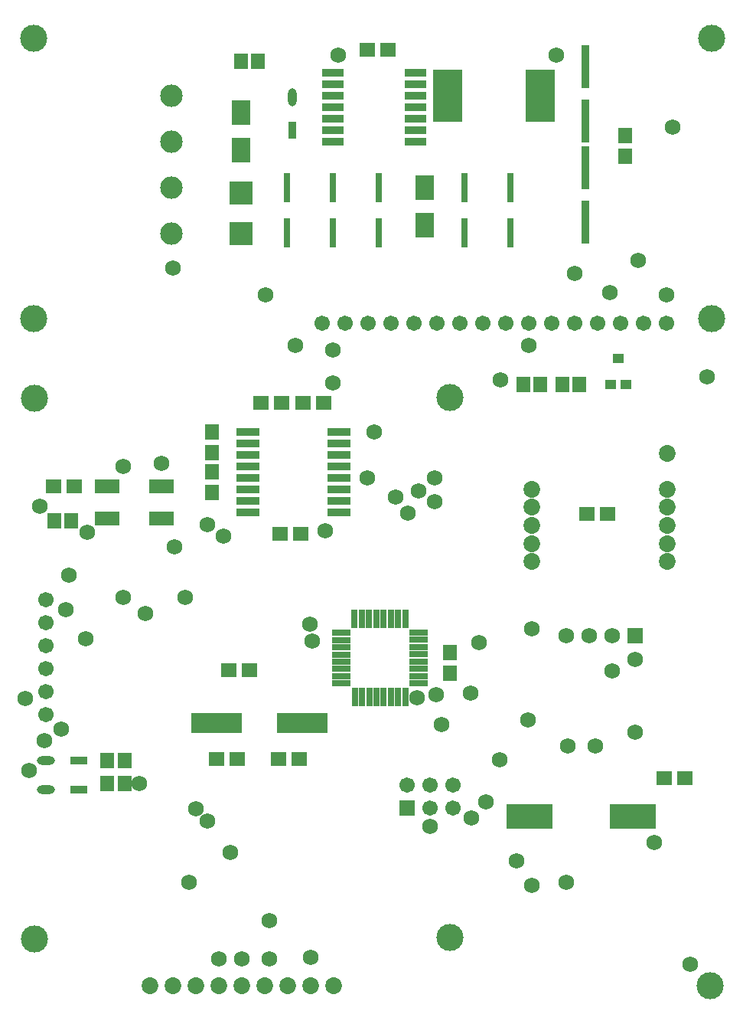
<source format=gbr>
G04 DipTrace 2.1.0.5*
%INTopMask.gbr*%
%MOIN*%
%ADD10C,0.0098*%
%ADD11C,0.0055*%
%ADD12C,0.003*%
%ADD13C,0.0197*%
%ADD14C,0.02*%
%ADD15C,0.04*%
%ADD16C,0.0295*%
%ADD17C,0.0394*%
%ADD18C,0.0013*%
%ADD19C,0.0187*%
%ADD20R,0.0709X0.0197*%
%ADD21R,0.0197X0.0709*%
%ADD22R,0.2165X0.0787*%
%ADD23R,0.02X0.1181*%
%ADD24R,0.06X0.056*%
%ADD25R,0.0295X0.1772*%
%ADD26R,0.056X0.06*%
%ADD27R,0.1969X0.0984*%
%ADD28C,0.059*%
%ADD29C,0.065*%
%ADD30C,0.0039*%
%ADD31R,0.0433X0.0354*%
%ADD32R,0.0394X0.0354*%
%ADD33R,0.0925X0.0236*%
%ADD34C,0.09*%
%ADD35R,0.1024X0.0551*%
%ADD36R,0.0512X0.0591*%
%ADD37R,0.06X0.06*%
%ADD38C,0.06*%
%ADD39R,0.0906X0.0906*%
%ADD40R,0.118X0.217*%
%ADD41R,0.0866X0.0236*%
%ADD42R,0.0728X0.1004*%
%ADD43R,0.07X0.03*%
%ADD44O,0.07X0.03*%
%ADD45R,0.03X0.07*%
%ADD46O,0.03X0.07*%
%ADD47R,0.059X0.059*%
%ADD48C,0.059*%
%ADD49C,0.03*%
%ADD50C,0.1181*%
%ADD51C,0.035*%
%ADD52C,0.0354*%
%ADD53C,0.05*%
%ADD54C,0.008*%
%ADD55C,0.068*%
%ADD56C,0.052*%
%ADD57C,0.067*%
%ADD58C,0.051*%
%ADD59R,0.067X0.067*%
%ADD60R,0.051X0.051*%
%ADD61O,0.038X0.078*%
%ADD62O,0.022X0.062*%
%ADD63R,0.038X0.078*%
%ADD64R,0.022X0.062*%
%ADD65O,0.078X0.038*%
%ADD66O,0.062X0.022*%
%ADD67R,0.078X0.038*%
%ADD68R,0.062X0.022*%
%ADD69R,0.0809X0.1084*%
%ADD70R,0.0648X0.0924*%
%ADD71R,0.0946X0.0317*%
%ADD72R,0.0786X0.0156*%
%ADD73R,0.126X0.225*%
%ADD74R,0.11X0.209*%
%ADD75R,0.0986X0.0986*%
%ADD76R,0.0825X0.0825*%
%ADD77R,0.068X0.068*%
%ADD78R,0.052X0.052*%
%ADD79R,0.0592X0.0671*%
%ADD80R,0.0431X0.051*%
%ADD81R,0.1104X0.0631*%
%ADD82R,0.0943X0.0471*%
%ADD83C,0.098*%
%ADD84C,0.082*%
%ADD85R,0.1006X0.0317*%
%ADD86R,0.0845X0.0156*%
%ADD87R,0.0474X0.0435*%
%ADD88R,0.0313X0.0274*%
%ADD89R,0.0513X0.0435*%
%ADD90R,0.0353X0.0274*%
%ADD91C,0.073*%
%ADD92C,0.057*%
%ADD93C,0.067*%
%ADD94C,0.051*%
%ADD95R,0.2049X0.1065*%
%ADD96R,0.1888X0.0904*%
%ADD97R,0.064X0.068*%
%ADD98R,0.048X0.052*%
%ADD99R,0.0376X0.1852*%
%ADD100R,0.0215X0.1691*%
%ADD101R,0.068X0.064*%
%ADD102R,0.052X0.048*%
%ADD103R,0.028X0.1261*%
%ADD104R,0.012X0.1101*%
%ADD105R,0.2246X0.0868*%
%ADD106R,0.2085X0.0707*%
%ADD107R,0.0277X0.0789*%
%ADD108R,0.0117X0.0628*%
%ADD109R,0.0789X0.0277*%
%ADD110R,0.0628X0.0117*%
%ADD111C,0.0093*%
%ADD112C,0.0124*%
%FSLAX44Y44*%
%SFA1B1*%
%OFA0B0*%
G04*
G70*
G90*
G75*
G01*
%LNTopMask*%
%LPD*%
D55*
X28543Y31150D3*
X24543Y32066D3*
X7063Y32316D3*
X12376Y28940D3*
X11242Y2260D3*
X13064Y2325D3*
X9064Y2228D3*
X18252Y8001D3*
X18502Y13751D3*
X9563Y6876D3*
X10064Y2228D3*
X22563Y28940D3*
X27190Y15281D3*
X26190Y14776D3*
X4875Y23690D3*
X4878Y17973D3*
X3259Y16189D3*
X796Y10448D3*
X3313Y20815D3*
X1437Y11751D3*
X21315Y27440D3*
X15814Y25190D3*
X20002Y13814D3*
X13001Y16814D3*
X28815Y38441D3*
X23750Y41562D3*
X14250D3*
X20377Y16002D3*
X20689Y9063D3*
X16752Y22335D3*
X30315Y27565D3*
X11242Y3915D3*
X18442Y23187D3*
X9242Y20641D3*
X18442Y22134D3*
X22025Y6517D3*
X17762Y22614D3*
X17284Y21655D3*
X8057Y8782D3*
X13126Y16064D3*
X5835Y17293D3*
X7578Y17973D3*
X22503Y12636D3*
X22690Y16627D3*
X27330Y32646D3*
X26065Y31253D3*
X1250Y21940D3*
X27190Y12126D3*
X13689Y20877D3*
X8535Y21148D3*
X6563Y23815D3*
X14001Y27315D3*
Y28753D3*
X11065Y31149D3*
X2188Y12251D3*
X28003Y7313D3*
X2521Y18929D3*
X15516Y23190D3*
X21269Y10896D3*
X8563Y8251D3*
X5572Y9876D3*
X7100Y20163D3*
X2375Y17439D3*
X7751Y5563D3*
X22690Y5438D3*
X24252Y11501D3*
X20064Y8376D3*
X24190Y5563D3*
X25440Y11501D3*
X29580Y2000D3*
X18752Y12439D3*
X17689Y13626D3*
X625Y13564D3*
D109*
X14376Y16439D3*
Y16124D3*
Y15809D3*
Y15494D3*
Y15179D3*
Y14864D3*
Y14549D3*
Y14234D3*
D107*
X14970Y13647D3*
X15285D3*
X15600D3*
X15915D3*
X16230D3*
X16545D3*
X16860D3*
X17175D3*
D109*
X17762Y14241D3*
Y14556D3*
Y14871D3*
Y15186D3*
Y15501D3*
Y15816D3*
Y16131D3*
Y16445D3*
D107*
X17168Y17033D3*
X16853D3*
X16539D3*
X16224D3*
X15909D3*
X15594D3*
X15279D3*
X14964D3*
D105*
X8938Y12501D3*
X12678D3*
D103*
X16000Y35812D3*
Y33844D3*
D101*
X16400Y41812D3*
X15500D3*
D99*
X25000Y41062D3*
Y38700D3*
D97*
X26750Y38062D3*
Y37162D3*
D95*
X22565Y8438D3*
X27065D3*
D101*
X28440Y10126D3*
X29340D3*
D93*
X28543Y29920D3*
X27543D3*
X26543D3*
X25543D3*
X24543D3*
X23543D3*
X22543D3*
X21543D3*
X20543D3*
X19543D3*
X18543D3*
X17543D3*
X16543D3*
X15543D3*
X14543D3*
X13543D3*
D91*
X14064Y1063D3*
X13064D3*
X12064D3*
X11064D3*
X10064D3*
X9064D3*
X8064D3*
X7064D3*
X6064D3*
D89*
X26440Y28378D3*
D87*
X26103Y27240D3*
X26783D3*
D85*
X10315Y25170D3*
Y24670D3*
Y24170D3*
Y23670D3*
Y23170D3*
Y22670D3*
Y22170D3*
Y21670D3*
X14271D3*
Y22170D3*
Y22670D3*
Y23170D3*
Y23670D3*
Y24170D3*
Y24670D3*
Y25170D3*
D101*
X13626Y26440D3*
X12726D3*
D97*
X8751Y25190D3*
Y24290D3*
Y23440D3*
Y22540D3*
D101*
X12626Y20752D3*
X11726D3*
X10876Y26440D3*
X11776D3*
D83*
X6997Y39810D3*
Y37810D3*
Y35810D3*
Y33810D3*
D81*
X4188Y22815D3*
Y21398D3*
X6550D3*
Y22815D3*
D93*
X1500Y17881D3*
Y16881D3*
Y15881D3*
Y14881D3*
Y13881D3*
Y12881D3*
D101*
X2750Y22815D3*
X1850D3*
D79*
X1875Y21315D3*
X2623D3*
D101*
X9488Y14802D3*
X10388D3*
D97*
X19128Y14691D3*
Y15591D3*
D77*
X27190Y16314D3*
D55*
X26190D3*
X25190D3*
X24190D3*
D75*
X10000Y33812D3*
Y35584D3*
D73*
X19000Y39812D3*
X23037D3*
D71*
X13999Y40812D3*
Y40312D3*
Y39812D3*
Y39312D3*
Y38812D3*
Y38312D3*
Y37812D3*
X17621D3*
Y38312D3*
Y38812D3*
Y39312D3*
Y39812D3*
Y40312D3*
Y40812D3*
D69*
X18000Y35812D3*
Y34178D3*
D99*
X25000Y34312D3*
Y36674D3*
D103*
X19750Y35812D3*
Y33844D3*
X14000Y35812D3*
Y33844D3*
X12000Y35812D3*
Y33844D3*
X21750Y35812D3*
Y33844D3*
D101*
X8938Y10938D3*
X9838D3*
X12564D3*
X11664D3*
D79*
X4936Y10876D3*
X4188D3*
X4936Y9876D3*
X4188D3*
D67*
X2938Y9626D3*
D65*
X1518D3*
D67*
X2938Y10876D3*
D65*
X1518D3*
D69*
X10000Y39062D3*
Y37428D3*
D79*
X10750Y41312D3*
X10002D3*
D63*
X12250Y38312D3*
D61*
Y39732D3*
D79*
X24002Y27253D3*
X24750D3*
X22315D3*
X23063D3*
D50*
X30512Y30117D3*
X984D3*
Y42322D3*
X30512D3*
X1000Y26628D3*
X19112Y26670D3*
X19127Y3188D3*
X1000Y3125D3*
D91*
X28577Y24258D3*
Y22683D3*
Y21896D3*
Y21109D3*
Y20321D3*
X22671Y22683D3*
Y21896D3*
Y21109D3*
Y20321D3*
Y19534D3*
X28577D3*
D101*
X25065Y21627D3*
X25965D3*
D50*
X30440Y1063D3*
D59*
X17252Y8813D3*
D57*
Y9813D3*
X18252Y8813D3*
Y9813D3*
X19252Y8813D3*
Y9813D3*
M02*

</source>
